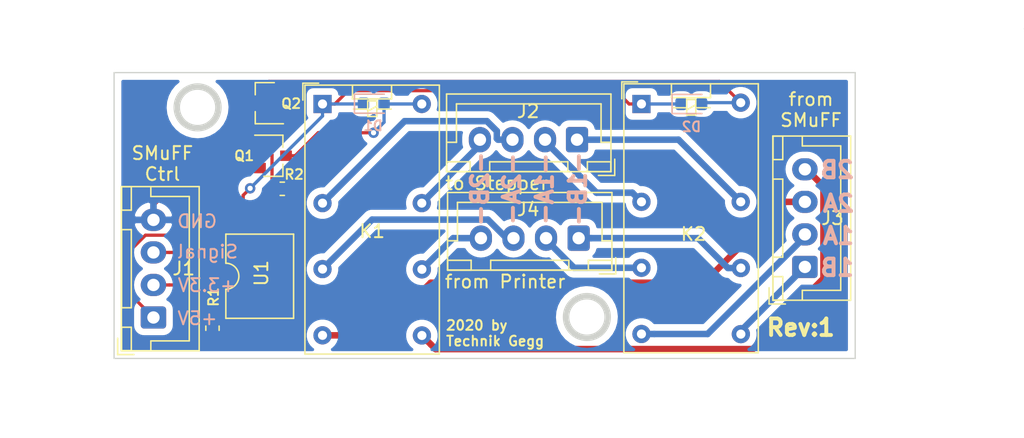
<source format=kicad_pcb>
(kicad_pcb (version 20211014) (generator pcbnew)
  (title_block (comment 4 "AISLER Project ID: FMWPPUGV"))
  (layers (0 "F.Cu" signal) (31 "B.Cu" signal) (34 "B.Paste" user) (35 "F.Paste" user) (36 "B.SilkS" user "B.Silkscreen") (37 "F.SilkS" user "F.Silkscreen") (38 "B.Mask" user) (39 "F.Mask" user) (44 "Edge.Cuts" user))
  (net 0 "")
  (net 1 "Net-(D1-Pad2)")
  (net 2 "Net-(D2-Pad2)")
  (net 3 "Net-(J1-Pad3)")
  (net 4 "Net-(J1-Pad2)")
  (net 5 "Net-(J2-Pad4)")
  (net 6 "Net-(J2-Pad3)")
  (net 7 "Net-(J2-Pad2)")
  (net 8 "Net-(J2-Pad1)")
  (net 9 "Net-(J3-Pad4)")
  (net 10 "Net-(J3-Pad3)")
  (net 11 "Net-(J3-Pad2)")
  (net 12 "Net-(J3-Pad1)")
  (net 13 "Net-(J4-Pad4)")
  (net 14 "Net-(J4-Pad3)")
  (net 15 "Net-(J4-Pad2)")
  (net 16 "Net-(J4-Pad1)")
  (net 17 "Net-(R1-Pad2)")
  (net 18 "Net-(R2-Pad2)")
  (net 19 "Net-(D1-Pad1)")
  (net 20 "Net-(J1-Pad4)")
  (net 21 "Net-(Q1-Pad1)")
  (footprint "Connector_JST:JST_XH_B4B-XH-A_1x04_P2.50mm_Vertical" (layer "F.Cu") (at 91.9226 66.7004 90)
    (fp_text reference "J1" (at 3.7592 2.3241) (layer "F.SilkS"))
    (fp_text value "JST XH")
    (fp_line (start -1.6 -2.75) (end -2.85 -2.75) (layer "F.SilkS") (width 0.12))
    (fp_line (start -2.55 -0.2) (end -1.8 -0.2) (layer "F.SilkS") (width 0.12))
    (fp_line (start -0.75 -2.45) (end -2.55 -2.45) (layer "F.SilkS") (width 0.12))
    (fp_line (start 10.05 -1.7) (end 10.05 -2.45) (layer "F.SilkS") (width 0.12))
    (fp_line (start -2.56 3.51) (end 10.06 3.51) (layer "F.SilkS") (width 0.12))
    (fp_line (start -2.55 -2.45) (end -2.55 -1.7) (layer "F.SilkS") (width 0.12))
    (fp_line (start -2.55 -1.7) (end -0.75 -1.7) (layer "F.SilkS") (width 0.12))
    (fp_line (start -2.85 -2.75) (end -2.85 -1.5) (layer "F.SilkS") (width 0.12))
    (fp_line (start 10.06 3.51) (end 10.06 -2.46) (layer "F.SilkS") (width 0.12))
    (fp_line (start 10.05 -0.2) (end 9.3 -0.2) (layer "F.SilkS") (width 0.12))
    (fp_line (start -0.75 -1.7) (end -0.75 -2.45) (layer "F.SilkS") (width 0.12))
    (fp_line (start 0.75 -2.45) (end 0.75 -1.7) (layer "F.SilkS") (width 0.12))
    (fp_line (start 9.3 -0.2) (end 9.3 2.75) (layer "F.SilkS") (width 0.12))
    (fp_line (start 6.75 -1.7) (end 6.75 -2.45) (layer "F.SilkS") (width 0.12))
    (fp_line (start 10.05 -2.45) (end 8.25 -2.45) (layer "F.SilkS") (width 0.12))
    (fp_line (start 0.75 -1.7) (end 6.75 -1.7) (layer "F.SilkS") (width 0.12))
    (fp_line (start 9.3 2.75) (end 3.75 2.75) (layer "F.SilkS") (width 0.12))
    (fp_line (start -1.8 -0.2) (end -1.8 2.75) (layer "F.SilkS") (width 0.12))
    (fp_line (start -2.56 -2.46) (end -2.56 3.51) (layer "F.SilkS") (width 0.12))
    (fp_line (start 10.06 -2.46) (end -2.56 -2.46) (layer "F.SilkS") (width 0.12))
    (fp_line (start -1.8 2.75) (end 3.75 2.75) (layer "F.SilkS") (width 0.12))
    (fp_line (start 8.25 -1.7) (end 10.05 -1.7) (layer "F.SilkS") (width 0.12))
    (fp_line (start 8.25 -2.45) (end 8.25 -1.7) (layer "F.SilkS") (width 0.12))
    (fp_line (start 6.75 -2.45) (end 0.75 -2.45) (layer "F.SilkS") (width 0.12))
    (pad "1" thru_hole roundrect locked (at 0 0 90) (size 1.7 1.95) (drill 0.95) (layers *.Cu *.Mask) (roundrect_rratio 0.1470588235) (net 19 "Net-(D1-Pad1)"))
    (pad "2" thru_hole oval locked (at 2.5 0 90) (size 1.7 1.95) (drill 0.95) (layers *.Cu *.Mask) (net 4 "Net-(J1-Pad2)"))
    (pad "3" thru_hole oval locked (at 5 0 90) (size 1.7 1.95) (drill 0.95) (layers *.Cu *.Mask) (net 3 "Net-(J1-Pad3)"))
    (pad "4" thru_hole oval locked (at 7.5 0 90) (size 1.7 1.95) (drill 0.95) (layers *.Cu *.Mask) (net 20 "Net-(J1-Pad4)"))
  )
  (footprint "Package_TO_SOT_SMD:SOT-23" (layer "F.Cu") (at 101.1014 54.2696)
    (fp_text reference "Q1" (at -2.21412 0.00512 180) (layer "F.SilkS") (effects (font (size 0.75 0.75))))
    (fp_text value "BC847/547")
    (fp_line (start 0.76 -1.58) (end -1.4 -1.58) (layer "F.SilkS") (width 0.12))
    (fp_line (start 0.76 -1.58) (end 0.76 -0.65) (layer "F.SilkS") (width 0.12))
    (fp_line (start 0.76 1.58) (end -0.7 1.58) (layer "F.SilkS") (width 0.12))
    (fp_line (start 0.76 1.58) (end 0.76 0.65) (layer "F.SilkS") (width 0.12))
    (pad "1" smd rect locked (at -1 -0.95) (size 0.9 0.8) (layers "F.Cu" "F.Paste" "F.Mask") (net 21 "Net-(Q1-Pad1)"))
    (pad "2" smd rect locked (at -1 0.95) (size 0.9 0.8) (layers "F.Cu" "F.Paste" "F.Mask") (net 20 "Net-(J1-Pad4)"))
    (pad "3" smd rect locked (at 1 0) (size 0.9 0.8) (layers "F.Cu" "F.Paste" "F.Mask") (net 1 "Net-(D1-Pad2)"))
  )
  (footprint "Package_TO_SOT_SMD:SOT-23" (layer "F.Cu") (at 100.4984 50.231 180)
    (fp_text reference "Q2" (at -1.99568 -0.03052 180) (layer "F.SilkS") (effects (font (size 0.75 0.75))))
    (fp_text value "BC847/547")
    (fp_line (start 0.76 1.58) (end 0.76 0.65) (layer "F.SilkS") (width 0.12))
    (fp_line (start 0.76 -1.58) (end -1.4 -1.58) (layer "F.SilkS") (width 0.12))
    (fp_line (start 0.76 -1.58) (end 0.76 -0.65) (layer "F.SilkS") (width 0.12))
    (fp_line (start 0.76 1.58) (end -0.7 1.58) (layer "F.SilkS") (width 0.12))
    (pad "1" smd rect locked (at -1 -0.95 180) (size 0.9 0.8) (layers "F.Cu" "F.Paste" "F.Mask") (net 21 "Net-(Q1-Pad1)"))
    (pad "2" smd rect locked (at -1 0.95 180) (size 0.9 0.8) (layers "F.Cu" "F.Paste" "F.Mask") (net 20 "Net-(J1-Pad4)"))
    (pad "3" smd rect locked (at 1 0 180) (size 0.9 0.8) (layers "F.Cu" "F.Paste" "F.Mask") (net 2 "Net-(D2-Pad2)"))
  )
  (footprint "Resistor_SMD:R_0603_1608Metric" (layer "F.Cu") (at 96.45396 67.52326 -90)
    (fp_text reference "R1" (at -2.39268 -0.08128 90) (layer "F.SilkS") (effects (font (size 0.75 0.75))))
    (fp_text value "390R")
    (fp_line (start -0.162779 -0.51) (end 0.162779 -0.51) (layer "F.SilkS") (width 0.12))
    (fp_line (start -0.162779 0.51) (end 0.162779 0.51) (layer "F.SilkS") (width 0.12))
    (pad "1" smd roundrect locked (at -0.7875 0 270) (size 0.875 0.95) (layers "F.Cu" "F.Paste" "F.Mask") (net 4 "Net-(J1-Pad2)"))
    (pad "2" smd roundrect locked (at 0.7875 0 270) (size 0.875 0.95) (layers "F.Cu" "F.Paste" "F.Mask") (net 17 "Net-(R1-Pad2)"))
  )
  (footprint "Resistor_SMD:R_0603_1608Metric" (layer "F.Cu") (at 101.81346 56.80964)
    (fp_text reference "R2" (at 0.90414 -1.10236) (layer "F.SilkS") (effects (font (size 0.75 0.75))))
    (fp_text value "1K")
    (fp_line (start -0.162779 -0.51) (end 0.162779 -0.51) (layer "F.SilkS") (width 0.12))
    (fp_line (start -0.162779 0.51) (end 0.162779 0.51) (layer "F.SilkS") (width 0.12))
    (pad "1" smd roundrect locked (at -0.7875 0) (size 0.875 0.95) (layers "F.Cu" "F.Paste" "F.Mask") (net 21 "Net-(Q1-Pad1)"))
    (pad "2" smd roundrect locked (at 0.7875 0) (size 0.875 0.95) (layers "F.Cu" "F.Paste" "F.Mask") (net 18 "Net-(R2-Pad2)"))
  )
  (footprint "Package_DIP:SMDIP-4_W9.53mm_Clearance8mm" (layer "F.Cu") (at 100.08108 63.53048 90)
    (fp_text reference "U1" (at 0.23368 0.127 90) (layer "F.SilkS"))
    (fp_text value "TLP521")
    (fp_line (start 3.235 2.6) (end 3.235 -2.6) (layer "F.SilkS") (width 0.12))
    (fp_line (start 3.235 -2.6) (end 1 -2.6) (layer "F.SilkS") (width 0.12))
    (fp_line (start -1 -2.6) (end -3.235 -2.6) (layer "F.SilkS") (width 0.12))
    (fp_line (start -3.235 -2.6) (end -3.235 2.6) (layer "F.SilkS") (width 0.12))
    (fp_line (start -3.235 2.6) (end 3.235 2.6) (layer "F.SilkS") (width 0.12))
    (fp_arc (start 1 -2.6) (mid 0 -1.6) (end -1 -2.6) (layer "F.SilkS") (width 0.12))
    (pad "1" smd rect locked (at -4.765 -1.27 90) (size 1.5 1.78) (layers "F.Cu" "F.Paste" "F.Mask") (net 17 "Net-(R1-Pad2)"))
    (pad "2" smd rect locked (at -4.765 1.27 90) (size 1.5 1.78) (layers "F.Cu" "F.Paste" "F.Mask") (net 3 "Net-(J1-Pad3)"))
    (pad "3" smd rect locked (at 4.765 1.27 90) (size 1.5 1.78) (layers "F.Cu" "F.Paste" "F.Mask") (net 18 "Net-(R2-Pad2)"))
    (pad "4" smd rect locked (at 4.765 -1.27 90) (size 1.5 1.78) (layers "F.Cu" "F.Paste" "F.Mask") (net 19 "Net-(D1-Pad1)"))
  )
  (footprint "Relay_THT:Relay_DPDT_Omron_G5V-2" (layer "F.Cu") (at 104.902 50.292)
    (fp_text reference "K1" (at 3.81 9.779) (layer "F.SilkS"))
    (fp_text value "G6A-274P")
    (fp_line (start 3.47 0.39) (end 2.37 0.39) (layer "F.SilkS") (width 0.12))
    (fp_line (start 3.47 -0.24) (end 3.47 0.96) (layer "F.SilkS") (width 0.12))
    (fp_line (start 4.17 0.96) (end 4.17 -0.24) (layer "F.SilkS") (width 0.12))
    (fp_line (start 4.17 -0.24) (end 3.47 -0.24) (layer "F.SilkS") (width 0.12))
    (fp_line (start -1.51 -0.3) (end -1.51 -1.6) (layer "F.SilkS") (width 0.12))
    (fp_line (start 2.3 -1.45) (end 2.3 -0.41) (layer "F.SilkS") (width 0.12))
    (fp_line (start -1.51 -1.6) (end -0.3 -1.6) (layer "F.SilkS") (width 0.12))
    (fp_line (start 3.47 0.56) (end 4.17 0.16) (layer "F.SilkS") (width 0.12))
    (fp_line (start -1.35 19.22) (end 8.97 19.22) (layer "F.SilkS") (width 0.12))
    (fp_line (start 8.97 19.22) (end 8.97 -1.45) (layer "F.SilkS") (width 0.12))
    (fp_line (start -1.35 -1.45) (end -1.35 19.22) (layer "F.SilkS") (width 0.12))
    (fp_line (start 2.3 -0.39) (end 5.3 -0.39) (layer "F.SilkS") (width 0.12))
    (fp_line (start 5.3 -0.39) (end 5.3 -1.45) (layer "F.SilkS") (width 0.12))
    (fp_line (start 4.17 0.39) (end 5.27 0.39) (layer "F.SilkS") (width 0.12))
    (fp_line (start 8.97 -1.45) (end -1.35 -1.45) (layer "F.SilkS") (width 0.12))
    (fp_line (start 3.47 0.96) (end 4.17 0.96) (layer "F.SilkS") (width 0.12))
    (pad "1" thru_hole rect locked (at 0 -0.002) (size 1.4 1.4) (drill 0.7) (layers *.Cu *.Mask) (net 19 "Net-(D1-Pad1)"))
    (pad "4" thru_hole circle locked (at 0 7.62) (size 1.4 1.4) (drill 0.7) (layers *.Cu *.Mask) (net 6 "Net-(J2-Pad3)"))
    (pad "6" thru_hole circle locked (at 0 12.69) (size 1.4 1.4) (drill 0.7) (layers *.Cu *.Mask) (net 14 "Net-(J4-Pad3)"))
    (pad "8" thru_hole circle locked (at 0 17.78) (size 1.4 1.4) (drill 0.7) (layers *.Cu *.Mask) (net 10 "Net-(J3-Pad3)"))
    (pad "9" thru_hole circle locked (at 7.63 17.79) (size 1.4 1.4) (drill 0.7) (layers *.Cu *.Mask) (net 9 "Net-(J3-Pad4)"))
    (pad "11" thru_hole circle locked (at 7.63 12.71) (size 1.4 1.4) (drill 0.7) (layers *.Cu *.Mask) (net 13 "Net-(J4-Pad4)"))
    (pad "13" thru_hole circle locked (at 7.62 7.62) (size 1.4 1.4) (drill 0.7) (layers *.Cu *.Mask) (net 5 "Net-(J2-Pad4)"))
    (pad "16" thru_hole circle locked (at 7.62 0) (size 1.4 1.4) (drill 0.7) (layers *.Cu *.Mask) (net 1 "Net-(D1-Pad2)"))
  )
  (footprint "Connector_JST:JST_XH_B4B-XH-A_1x04_P2.50mm_Vertical" (layer "F.Cu") (at 141.9352 62.8142 90)
    (fp_text reference "J3" (at 3.7465 2.1209 180) (layer "F.SilkS"))
    (fp_text value "JST XH")
    (fp_line (start 10.05 -2.45) (end 8.25 -2.45) (layer "F.SilkS") (width 0.12))
    (fp_line (start -2.56 3.51) (end 10.06 3.51) (layer "F.SilkS") (width 0.12))
    (fp_line (start 8.25 -1.7) (end 10.05 -1.7) (layer "F.SilkS") (width 0.12))
    (fp_line (start -0.75 -1.7) (end -0.75 -2.45) (layer "F.SilkS") (width 0.12))
    (fp_line (start 10.05 -1.7) (end 10.05 -2.45) (layer "F.SilkS") (width 0.12))
    (fp_line (start 8.25 -2.45) (end 8.25 -1.7) (layer "F.SilkS") (width 0.12))
    (fp_line (start -1.6 -2.75) (end -2.85 -2.75) (layer "F.SilkS") (width 0.12))
    (fp_line (start -2.56 -2.46) (end -2.56 3.51) (layer "F.SilkS") (width 0.12))
    (fp_line (start 10.06 3.51) (end 10.06 -2.46) (layer "F.SilkS") (width 0.12))
    (fp_line (start -1.8 -0.2) (end -1.8 2.75) (layer "F.SilkS") (width 0.12))
    (fp_line (start 0.75 -1.7) (end 6.75 -1.7) (layer "F.SilkS") (width 0.12))
    (fp_line (start 10.06 -2.46) (end -2.56 -2.46) (layer "F.SilkS") (width 0.12))
    (fp_line (start -2.55 -2.45) (end -2.55 -1.7) (layer "F.SilkS") (width 0.12))
    (fp_line (start -2.85 -2.75) (end -2.85 -1.5) (layer "F.SilkS") (width 0.12))
    (fp_line (start -2.55 -0.2) (end -1.8 -0.2) (layer "F.SilkS") (width 0.12))
    (fp_line (start 10.05 -0.2) (end 9.3 -0.2) (layer "F.SilkS") (width 0.12))
    (fp_line (start -0.75 -2.45) (end -2.55 -2.45) (layer "F.SilkS") (width 0.12))
    (fp_line (start 0.75 -2.45) (end 0.75 -1.7) (layer "F.SilkS") (width 0.12))
    (fp_line (start 6.75 -1.7) (end 6.75 -2.45) (layer "F.SilkS") (width 0.12))
    (fp_line (start 9.3 -0.2) (end 9.3 2.75) (layer "F.SilkS") (width 0.12))
    (fp_line (start -1.8 2.75) (end 3.75 2.75) (layer "F.SilkS") (width 0.12))
    (fp_line (start 6.75 -2.45) (end 0.75 -2.45) (layer "F.SilkS") (width 0.12))
    (fp_line (start 9.3 2.75) (end 3.75 2.75) (layer "F.SilkS") (width 0.12))
    (fp_line (start -2.55 -1.7) (end -0.75 -1.7) (layer "F.SilkS") (width 0.12))
    (pad "1" thru_hole roundrect locked (at 0 0 90) (size 1.7 1.95) (drill 0.95) (layers *.Cu *.Mask) (roundrect_rratio 0.1470588235) (net 12 "Net-(J3-Pad1)"))
    (pad "2" thru_hole oval locked (at 2.5 0 90) (size 1.7 1.95) (drill 0.95) (layers *.Cu *.Mask) (net 11 "Net-(J3-Pad2)"))
    (pad "3" thru_hole oval locked (at 5 0 90) (size 1.7 1.95) (drill 0.95) (layers *.Cu *.Mask) (net 10 "Net-(J3-Pad3)"))
    (pad "4" thru_hole oval locked (at 7.5 0 90) (size 1.7 1.95) (drill 0.95) (layers *.Cu *.Mask) (net 9 "Net-(J3-Pad4)"))
  )
  (footprint "Relay_THT:Relay_DPDT_Omron_G5V-2" (layer "F.Cu") (at 129.3876 50.1904)
    (fp_text reference "K2" (at 4.0005 10.0965) (layer "F.SilkS"))
    (fp_text value "G6A-274P")
    (fp_line (start 2.3 -1.45) (end 2.3 -0.41) (layer "F.SilkS") (width 0.12))
    (fp_line (start -1.35 -1.45) (end -1.35 19.22) (layer "F.SilkS") (width 0.12))
    (fp_line (start 8.97 19.22) (end 8.97 -1.45) (layer "F.SilkS") (width 0.12))
    (fp_line (start 5.3 -0.39) (end 5.3 -1.45) (layer "F.SilkS") (width 0.12))
    (fp_line (start 3.47 0.96) (end 4.17 0.96) (layer "F.SilkS") (width 0.12))
    (fp_line (start 4.17 0.39) (end 5.27 0.39) (layer "F.SilkS") (width 0.12))
    (fp_line (start 3.47 -0.24) (end 3.47 0.96) (layer "F.SilkS") (width 0.12))
    (fp_line (start -1.35 19.22) (end 8.97 19.22) (layer "F.SilkS") (width 0.12))
    (fp_line (start 4.17 0.96) (end 4.17 -0.24) (layer "F.SilkS") (width 0.12))
    (fp_line (start -1.51 -0.3) (end -1.51 -1.6) (layer "F.SilkS") (width 0.12))
    (fp_line (start 2.3 -0.39) (end 5.3 -0.39) (layer "F.SilkS") (width 0.12))
    (fp_line (start 8.97 -1.45) (end -1.35 -1.45) (layer "F.SilkS") (width 0.12))
    (fp_line (start 3.47 0.56) (end 4.17 0.16) (layer "F.SilkS") (width 0.12))
    (fp_line (start 3.47 0.39) (end 2.37 0.39) (layer "F.SilkS") (width 0.12))
    (fp_line (start -1.51 -1.6) (end -0.3 -1.6) (layer "F.SilkS") (width 0.12))
    (fp_line (start 4.17 -0.24) (end 3.47 -0.24) (layer "F.SilkS") (width 0.12))
    (pad "1" thru_hole rect locked (at 0 0.0996) (size 1.4 1.4) (drill 0.7) (layers *.Cu *.Mask) (net 19 "Net-(D1-Pad1)"))
    (pad "4" thru_hole circle locked (at 0 7.62) (size 1.4 1.4) (drill 0.7) (layers *.Cu *.Mask) (net 7 "Net-(J2-Pad2)"))
    (pad "6" thru_hole circle locked (at 0 12.69) (size 1.4 1.4) (drill 0.7) (layers *.Cu *.Mask) (net 15 "Net-(J4-Pad2)"))
    (pad "8" thru_hole circle locked (at 0 17.78) (size 1.4 1.4) (drill 0.7) (layers *.Cu *.Mask) (net 11 "Net-(J3-Pad2)"))
    (pad "9" thru_hole circle locked (at 7.63 17.79) (size 1.4 1.4) (drill 0.7) (layers *.Cu *.Mask) (net 12 "Net-(J3-Pad1)"))
    (pad "11" thru_hole circle locked (at 7.63 12.71) (size 1.4 1.4) (drill 0.7) (layers *.Cu *.Mask) (net 16 "Net-(J4-Pad1)"))
    (pad "13" thru_hole circle locked (at 7.62 7.62) (size 1.4 1.4) (drill 0.7) (layers *.Cu *.Mask) (net 8 "Net-(J2-Pad1)"))
    (pad "16" thru_hole circle locked (at 7.62 0) (size 1.4 1.4) (drill 0.7) (layers *.Cu *.Mask) (net 2 "Net-(D2-Pad2)"))
  )
  (footprint "Connector_JST:JST_XH_B4B-XH-A_1x04_P2.50mm_Vertical" (layer "F.Cu") (at 124.4854 53.0352 180)
    (fp_text reference "J2" (at 3.7973 2.1844) (layer "F.SilkS"))
    (fp_text value "JST XH")
    (fp_line (start 10.05 -0.2) (end 9.3 -0.2) (layer "F.SilkS") (width 0.12))
    (fp_line (start -0.75 -2.45) (end -2.55 -2.45) (layer "F.SilkS") (width 0.12))
    (fp_line (start -2.55 -1.7) (end -0.75 -1.7) (layer "F.SilkS") (width 0.12))
    (fp_line (start -0.75 -1.7) (end -0.75 -2.45) (layer "F.SilkS") (width 0.12))
    (fp_line (start -2.56 3.51) (end 10.06 3.51) (layer "F.SilkS") (width 0.12))
    (fp_line (start 6.75 -1.7) (end 6.75 -2.45) (layer "F.SilkS") (width 0.12))
    (fp_line (start -2.56 -2.46) (end -2.56 3.51) (layer "F.SilkS") (width 0.12))
    (fp_line (start -1.6 -2.75) (end -2.85 -2.75) (layer "F.SilkS") (width 0.12))
    (fp_line (start -2.55 -2.45) (end -2.55 -1.7) (layer "F.SilkS") (width 0.12))
    (fp_line (start 0.75 -2.45) (end 0.75 -1.7) (layer "F.SilkS") (width 0.12))
    (fp_line (start 9.3 -0.2) (end 9.3 2.75) (layer "F.SilkS") (width 0.12))
    (fp_line (start -2.55 -0.2) (end -1.8 -0.2) (layer "F.SilkS") (width 0.12))
    (fp_line (start 10.06 -2.46) (end -2.56 -2.46) (layer "F.SilkS") (width 0.12))
    (fp_line (start 10.06 3.51) (end 10.06 -2.46) (layer "F.SilkS") (width 0.12))
    (fp_line (start 8.25 -1.7) (end 10.05 -1.7) (layer "F.SilkS") (width 0.12))
    (fp_line (start 9.3 2.75) (end 3.75 2.75) (layer "F.SilkS") (width 0.12))
    (fp_line (start 0.75 -1.7) (end 6.75 -1.7) (layer "F.SilkS") (width 0.12))
    (fp_line (start 6.75 -2.45) (end 0.75 -2.45) (layer "F.SilkS") (width 0.12))
    (fp_line (start 10.05 -1.7) (end 10.05 -2.45) (layer "F.SilkS") (width 0.12))
    (fp_line (start -1.8 2.75) (end 3.75 2.75) (layer "F.SilkS") (width 0.12))
    (fp_line (start -1.8 -0.2) (end -1.8 2.75) (layer "F.SilkS") (width 0.12))
    (fp_line (start 10.05 -2.45) (end 8.25 -2.45) (layer "F.SilkS") (width 0.12))
    (fp_line (start 8.25 -2.45) (end 8.25 -1.7) (layer "F.SilkS") (width 0.12))
    (fp_line (start -2.85 -2.75) (end -2.85 -1.5) (layer "F.SilkS") (width 0.12))
    (pad "1" thru_hole roundrect locked (at 0.046 0 180) (size 1.7 1.95) (drill 0.95) (layers *.Cu *.Mask) (roundrect_rratio 0.147) (net 8 "Net-(J2-Pad1)"))
    (pad "2" thru_hole oval locked (at 2.5 0 180) (size 1.7 1.95) (drill 0.95) (layers *.Cu *.Mask) (net 7 "Net-(J2-Pad2)"))
    (pad "3" thru_hole oval locked (at 5 0 180) (size 1.7 1.95) (drill 0.95) (layers *.Cu *.Mask) (net 6 "Net-(J2-Pad3)"))
    (pad "4" thru_hole oval locked (at 7.5 0 180) (size 1.7 1.95) (drill 0.95) (layers *.Cu *.Mask) (net 5 "Net-(J2-Pad4)"))
  )
  (footprint "Connector_JST:JST_XH_B4B-XH-A_1x04_P2.50mm_Vertical" (layer "F.Cu") (at 124.5616 60.6044 180)
    (fp_text reference "J4" (at 3.8735 2.2098) (layer "F.SilkS"))
    (fp_text value "JST XH")
    (fp_line (start -1.8 2.75) (end 3.75 2.75) (layer "F.SilkS") (width 0.12))
    (fp_line (start 6.75 -2.45) (end 0.75 -2.45) (layer "F.SilkS") (width 0.12))
    (fp_line (start -2.85 -2.75) (end -2.85 -1.5) (layer "F.SilkS") (width 0.12))
    (fp_line (start -2.56 3.51) (end 10.06 3.51) (layer "F.SilkS") (width 0.12))
    (fp_line (start 0.75 -2.45) (end 0.75 -1.7) (layer "F.SilkS") (width 0.12))
    (fp_line (start 10.05 -0.2) (end 9.3 -0.2) (layer "F.SilkS") (width 0.12))
    (fp_line (start -0.75 -1.7) (end -0.75 -2.45) (layer "F.SilkS") (width 0.12))
    (fp_line (start 10.06 -2.46) (end -2.56 -2.46) (layer "F.SilkS") (width 0.12))
    (fp_line (start -1.6 -2.75) (end -2.85 -2.75) (layer "F.SilkS") (width 0.12))
    (fp_line (start -0.75 -2.45) (end -2.55 -2.45) (layer "F.SilkS") (width 0.12))
    (fp_line (start 8.25 -1.7) (end 10.05 -1.7) (layer "F.SilkS") (width 0.12))
    (fp_line (start 0.75 -1.7) (end 6.75 -1.7) (layer "F.SilkS") (width 0.12))
    (fp_line (start -2.56 -2.46) (end -2.56 3.51) (layer "F.SilkS") (width 0.12))
    (fp_line (start -2.55 -1.7) (end -0.75 -1.7) (layer "F.SilkS") (width 0.12))
    (fp_line (start -2.55 -0.2) (end -1.8 -0.2) (layer "F.SilkS") (width 0.12))
    (fp_line (start 10.05 -1.7) (end 10.05 -2.45) (layer "F.SilkS") (width 0.12))
    (fp_line (start 10.06 3.51) (end 10.06 -2.46) (layer "F.SilkS") (width 0.12))
    (fp_line (start 8.25 -2.45) (end 8.25 -1.7) (layer "F.SilkS") (width 0.12))
    (fp_line (start -2.55 -2.45) (end -2.55 -1.7) (layer "F.SilkS") (width 0.12))
    (fp_line (start 10.05 -2.45) (end 8.25 -2.45) (layer "F.SilkS") (width 0.12))
    (fp_line (start 6.75 -1.7) (end 6.75 -2.45) (layer "F.SilkS") (width 0.12))
    (fp_line (start 9.3 2.75) (end 3.75 2.75) (layer "F.SilkS") (width 0.12))
    (fp_line (start -1.8 -0.2) (end -1.8 2.75) (layer "F.SilkS") (width 0.12))
    (fp_line (start 9.3 -0.2) (end 9.3 2.75) (layer "F.SilkS") (width 0.12))
    (pad "1" thru_hole roundrect locked (at -0.0048 0 180) (size 1.7 1.95) (drill 0.95) (layers *.Cu *.Mask) (roundrect_rratio 0.147) (net 16 "Net-(J4-Pad1)"))
    (pad "2" thru_hole oval locked (at 2.5 0 180) (size 1.7 1.95) (drill 0.95) (layers *.Cu *.Mask) (net 15 "Net-(J4-Pad2)"))
    (pad "3" thru_hole oval locked (at 5 0 180) (size 1.7 1.95) (drill 0.95) (layers *.Cu *.Mask) (net 14 "Net-(J4-Pad3)"))
    (pad "4" thru_hole oval locked (at 7.5 0 180) (size 1.7 1.95) (drill 0.95) (layers *.Cu *.Mask) (net 13 "Net-(J4-Pad4)"))
  )
  (footprint "Diode_SMD:D_0603_1608Metric" (layer "B.Cu") (at 133.2229 50.292)
    (fp_text reference "D2" (at 0.0001 1.7526) (layer "B.SilkS") (effects (font (size 0.75 0.75)) (justify mirror)))
    (fp_text value "1N4148")
    (fp_line (start -1.485 -0.735) (end 0.8 -0.735) (layer "B.SilkS") (width 0.12))
    (fp_line (start 0.8 0.735) (end -1.485 0.735) (layer "B.SilkS") (width 0.12))
    (fp_line (start -1.485 0.735) (end -1.485 -0.735) (layer "B.SilkS") (width 0.12))
    (pad "1" smd roundrect locked (at -0.7953 0) (size 0.875 0.95) (layers "B.Cu" "B.Paste" "B.Mask") (net 19 "Net-(D1-Pad1)"))
    (pad "2" smd roundrect locked (at 0.7875 0) (size 0.875 0.95) (layers "B.Cu" "B.Paste" "B.Mask") (net 2 "Net-(D2-Pad2)"))
  )
  (footprint "Diode_SMD:D_0603_1608Metric" (layer "B.Cu") (at 108.8389 50.2666)
    (fp_text reference "D1" (at -0.0507 1.7018 180) (layer "B.SilkS") (effects (font (size 0.75 0.75)) (justify mirror)))
    (fp_text value "1N4148")
    (fp_line (start -1.485 -0.735) (end 0.8 -0.735) (layer "B.SilkS") (width 0.12))
    (fp_line (start -1.485 0.735) (end -1.485 -0.735) (layer "B.SilkS") (width 0.12))
    (fp_line (start 0.8 0.735) (end -1.485 0.735) (layer "B.SilkS") (width 0.12))
    (pad "1" smd roundrect locked (at -0.7953 0) (size 0.875 0.95) (layers "B.Cu" "B.Paste" "B.Mask") (net 19 "Net-(D1-Pad1)"))
    (pad "2" smd roundrect locked (at 0.7875 0) (size 0.875 0.95) (layers "B.Cu" "B.Paste" "B.Mask") (net 1 "Net-(D1-Pad2)"))
  )
  (gr_line (start 158.75 44.5135) (end 158.75 44.5135) (layer "Edge.Cuts") (width 0.05))
  (gr_circle (center 95.31096 50.55128) (end 96.91096 50.55128) (layer "Edge.Cuts") (width 0.5) (fill none))
  (gr_line (start 145.796 47.879) (end 88.9 47.879) (layer "Edge.Cuts") (width 0.1))
  (gr_line (start 88.9 69.85) (end 145.796 69.85) (layer "Edge.Cuts") (width 0.1))
  (gr_line (start 145.796 69.85) (end 145.796 47.879) (layer "Edge.Cuts") (width 0.1))
  (gr_circle (center 125.1966 66.66484) (end 126.7966 66.66484) (layer "Edge.Cuts") (width 0.5) (fill none))
  (gr_line (start 88.9 47.879) (end 88.9 69.85) (layer "Edge.Cuts") (width 0.1))
  (gr_text "1A" (at 144.511223 60.4266) (layer "B.SilkS") (effects (font (size 1.27 1.27) (thickness 0.3)) (justify mirror)))
  (gr_text "1B" (at 144.40408 62.87008) (layer "B.SilkS") (effects (font (size 1.27 1.27) (thickness 0.3)) (justify mirror)))
  (gr_text "2B" (at 144.40408 55.35676) (layer "B.SilkS") (effects (font (size 1.27 1.27) (thickness 0.3)) (justify mirror)))
  (gr_text "2A" (at 144.511223 57.94248) (layer "B.SilkS") (effects (font (size 1.27 1.27) (thickness 0.3)) (justify mirror)))
  (gr_text "GND" (at 95.2754 59.309) (layer "B.SilkS") (effects (font (size 1 1)) (justify mirror)))
  (gr_text "-2B-" (at 116.98224 56.8198 90) (layer "B.SilkS") (effects (font (size 1.27 1.27) (thickness 0.3)) (justify mirror)))
  (gr_text "-2A-" (at 119.4308 56.819801 90) (layer "B.SilkS") (effects (font (size 1.27 1.27) (thickness 0.3)) (justify mirror)))
  (gr_text "+3.3V" (at 96.0374 64.2239) (layer "B.SilkS") (effects (font (size 1 1)) (justify mirror)))
  (gr_text "Signal" (at 96.0755 61.6458) (layer "B.SilkS") (effects (font (size 1 1)) (justify mirror)))
  (gr_text "+5V" (at 95.3008 66.7639) (layer "B.SilkS") (effects (font (size 1 1)) (justify mirror)))
  (gr_text "-1B-" (at 124.49556 56.8198 90) (layer "B.SilkS") (effects (font (size 1.27 1.27) (thickness 0.3)) (justify mirror)))
  (gr_text "-1A-" (at 121.95048 56.819801 90) (layer "B.SilkS") (effects (font (size 1.27 1.27) (thickness 0.3)) (justify mirror)))
  (gr_text "to Stepper" (at 118.2878 56.388) (layer "F.SilkS") (effects (font (size 1 1))))
  (gr_text "SMuFF\nCtrl" (at 92.6084 54.8767) (layer "F.SilkS") (effects (font (size 1 1))))
  (gr_text "from\nSMuFF" (at 142.40256 50.72888) (layer "F.SilkS") (effects (font (size 1 1))))
  (gr_text "2020 by\nTechnik Gegg" (at 114.30508 67.90944) (layer "F.SilkS") (effects (font (size 0.75 0.75)) (justify left)))
  (gr_text "from Printer" (at 118.9228 63.9445) (layer "F.SilkS") (effects (font (size 1 1))))
  (gr_text "Rev:1" (at 141.61008 67.47256) (layer "F.SilkS") (effects (font (size 1.27 1.27) (thickness 0.3))))
  (segment (start 102.8014 54.2696) (end 104.5692 52.5018) (width 0.25) (layer "F.Cu") (net 1))
  (segment (start 104.5692 52.5018) (end 105.128798 52.5018) (width 0.25) (layer "F.Cu") (net 1))
  (segment (start 105.128798 52.5018) (end 108.81868 52.5018) (width 0.25) (layer "F.Cu") (net 1))
  (segment (start 102.1014 54.2696) (end 102.8014 54.2696) (width 0.25) (layer "F.Cu") (net 1))
  (via (at 108.81868 52.5018) (size 0.8) (drill 0.4) (layers "F.Cu" "B.Cu") (net 1))
  (segment (start 112.522 50.292) (end 109.6518 50.292) (width 0.25) (layer "B.Cu") (net 1))
  (segment (start 109.6264 51.69408) (end 109.6264 50.2666) (width 0.25) (layer "B.Cu") (net 1))
  (segment (start 109.6518 50.292) (end 109.6264 50.2666) (width 0.25) (layer "B.Cu") (net 1))
  (segment (start 108.81868 52.5018) (end 109.6264 51.69408) (width 0.25) (layer "B.Cu") (net 1))
  (segment (start 136.307601 49.490401) (end 137.0076 50.1904) (width 0.25) (layer "F.Cu") (net 2))
  (segment (start 135.373199 48.555999) (end 136.307601 49.490401) (width 0.25) (layer "F.Cu") (net 2))
  (segment (start 100.788399 48.555999) (end 135.373199 48.555999) (width 0.25) (layer "F.Cu") (net 2))
  (segment (start 99.93888 50.231) (end 100.13399 50.03589) (width 0.25) (layer "F.Cu") (net 2))
  (segment (start 100.13399 49.210408) (end 100.788399 48.555999) (width 0.25) (layer "F.Cu") (net 2))
  (segment (start 100.13399 50.03589) (end 100.13399 49.210408) (width 0.25) (layer "F.Cu") (net 2))
  (segment (start 99.4984 50.231) (end 99.93888 50.231) (width 0.25) (layer "F.Cu") (net 2))
  (segment (start 137.0076 50.1904) (end 134.112 50.1904) (width 0.25) (layer "B.Cu") (net 2))
  (segment (start 134.112 50.1904) (end 134.0104 50.292) (width 0.25) (layer "B.Cu") (net 2))
  (segment (start 101.35108 68.29548) (end 101.35108 67.29548) (width 0.25) (layer "F.Cu") (net 3))
  (segment (start 101.35108 67.29548) (end 95.756 61.7004) (width 0.25) (layer "F.Cu") (net 3))
  (segment (start 93.1476 61.7004) (end 91.9226 61.7004) (width 0.25) (layer "F.Cu") (net 3))
  (segment (start 95.756 61.7004) (end 93.1476 61.7004) (width 0.25) (layer "F.Cu") (net 3))
  (segment (start 91.9226 61.7004) (end 92.0476 61.7004) (width 0.25) (layer "F.Cu") (net 3))
  (segment (start 93.1476 64.2004) (end 91.9226 64.2004) (width 0.25) (layer "F.Cu") (net 4))
  (segment (start 96.37268 66.19836) (end 94.37472 64.2004) (width 0.25) (layer "F.Cu") (net 4))
  (segment (start 91.9626 64.1604) (end 91.9226 64.2004) (width 0.25) (layer "F.Cu") (net 4))
  (segment (start 94.37472 64.2004) (end 93.1476 64.2004) (width 0.25) (layer "F.Cu") (net 4))
  (segment (start 96.37268 66.73586) (end 96.37268 66.19836) (width 0.25) (layer "F.Cu") (net 4))
  (segment (start 116.9854 53.4486) (end 116.9854 53.0352) (width 0.5) (layer "B.Cu") (net 5))
  (segment (start 112.522 57.912) (end 116.9854 53.4486) (width 0.5) (layer "B.Cu") (net 5))
  (segment (start 118.37416 53.0352) (end 118.28541 52.94645) (width 0.5) (layer "B.Cu") (net 6))
  (segment (start 111.20381 51.61019) (end 105.601999 57.212001) (width 0.5) (layer "B.Cu") (net 6))
  (segment (start 118.28541 52.94645) (end 118.28541 52.371719) (width 0.5) (layer "B.Cu") (net 6))
  (segment (start 105.601999 57.212001) (end 104.902 57.912) (width 0.5) (layer "B.Cu") (net 6))
  (segment (start 119.4854 53.0352) (end 118.37416 53.0352) (width 0.5) (layer "B.Cu") (net 6))
  (segment (start 117.523881 51.61019) (end 111.20381 51.61019) (width 0.5) (layer "B.Cu") (net 6))
  (segment (start 118.28541 52.371719) (end 117.523881 51.61019) (width 0.5) (layer "B.Cu") (net 6))
  (segment (start 121.9854 53.1602) (end 121.9854 53.0352) (width 0.5) (layer "B.Cu") (net 7))
  (segment (start 128.687601 57.110401) (end 125.935601 57.110401) (width 0.5) (layer "B.Cu") (net 7))
  (segment (start 129.3876 57.8104) (end 128.687601 57.110401) (width 0.5) (layer "B.Cu") (net 7))
  (segment (start 125.935601 57.110401) (end 121.9854 53.1602) (width 0.5) (layer "B.Cu") (net 7))
  (segment (start 132.2324 53.0352) (end 124.4394 53.0352) (width 0.5) (layer "B.Cu") (net 8))
  (segment (start 137.0076 57.8104) (end 132.2324 53.0352) (width 0.5) (layer "B.Cu") (net 8))
  (segment (start 142.0602 55.3142) (end 143.36021 56.61421) (width 0.5) (layer "F.Cu") (net 9))
  (segment (start 143.36021 63.704156) (end 137.933965 69.130401) (width 0.5) (layer "F.Cu") (net 9))
  (segment (start 137.933965 69.130401) (end 113.580401 69.130401) (width 0.5) (layer "F.Cu") (net 9))
  (segment (start 143.36021 56.61421) (end 143.36021 63.704156) (width 0.5) (layer "F.Cu") (net 9))
  (segment (start 113.580401 69.130401) (end 113.231999 68.781999) (width 0.5) (layer "F.Cu") (net 9))
  (segment (start 141.9352 55.3142) (end 142.0602 55.3142) (width 0.5) (layer "F.Cu") (net 9))
  (segment (start 113.231999 68.781999) (end 112.532 68.082) (width 0.5) (layer "F.Cu") (net 9))
  (segment (start 109.164002 68.072) (end 113.205601 64.030401) (width 0.5) (layer "F.Cu") (net 10))
  (segment (start 113.205601 64.030401) (end 134.185597 64.030401) (width 0.5) (layer "F.Cu") (net 10))
  (segment (start 104.902 68.072) (end 109.164002 68.072) (width 0.5) (layer "F.Cu") (net 10))
  (segment (start 140.401798 57.8142) (end 140.4602 57.8142) (width 0.5) (layer "F.Cu") (net 10))
  (segment (start 140.4602 57.8142) (end 141.9352 57.8142) (width 0.5) (layer "F.Cu") (net 10))
  (segment (start 134.185597 64.030401) (end 140.401798 57.8142) (width 0.5) (layer "F.Cu") (net 10))
  (segment (start 141.9352 60.3142) (end 141.9352 60.499234) (width 0.5) (layer "B.Cu") (net 11))
  (segment (start 130.377549 67.9704) (end 129.3876 67.9704) (width 0.5) (layer "B.Cu") (net 11))
  (segment (start 134.464034 67.9704) (end 130.377549 67.9704) (width 0.5) (layer "B.Cu") (net 11))
  (segment (start 141.9352 60.499234) (end 134.464034 67.9704) (width 0.5) (layer "B.Cu") (net 11))
  (segment (start 141.9352 62.8142) (end 137.0176 67.7318) (width 0.5) (layer "B.Cu") (net 12))
  (segment (start 137.0176 67.7318) (end 137.0176 67.9804) (width 0.5) (layer "B.Cu") (net 12))
  (segment (start 112.532 63.002) (end 114.9296 60.6044) (width 0.5) (layer "B.Cu") (net 13))
  (segment (start 114.9296 60.6044) (end 117.0616 60.6044) (width 0.5) (layer "B.Cu") (net 13))
  (segment (start 105.601999 62.282001) (end 104.902 62.982) (width 0.5) (layer "B.Cu") (net 14))
  (segment (start 117.600081 59.17939) (end 108.70461 59.17939) (width 0.5) (layer "B.Cu") (net 14))
  (segment (start 108.70461 59.17939) (end 105.601999 62.282001) (width 0.5) (layer "B.Cu") (net 14))
  (segment (start 119.025091 60.6044) (end 117.600081 59.17939) (width 0.5) (layer "B.Cu") (net 14))
  (segment (start 119.5616 60.6044) (end 119.025091 60.6044) (width 0.5) (layer "B.Cu") (net 14))
  (segment (start 124.2126 62.8804) (end 122.0616 60.7294) (width 0.5) (layer "B.Cu") (net 15))
  (segment (start 122.0616 60.7294) (end 122.0616 60.6044) (width 0.5) (layer "B.Cu") (net 15))
  (segment (start 129.3876 62.8804) (end 124.2126 62.8804) (width 0.5) (layer "B.Cu") (net 15))
  (segment (start 137.0176 62.9004) (end 136.027651 62.9004) (width 0.5) (layer "B.Cu") (net 16))
  (segment (start 136.027651 62.9004) (end 133.731651 60.6044) (width 0.5) (layer "B.Cu") (net 16))
  (segment (start 133.731651 60.6044) (end 125.5164 60.6044) (width 0.5) (layer "B.Cu") (net 16))
  (segment (start 125.5164 60.6044) (end 124.5664 60.6044) (width 0.5) (layer "B.Cu") (net 16))
  (segment (start 98.81108 68.29548) (end 98.67108 68.29548) (width 0.25) (layer "F.Cu") (net 17))
  (segment (start 96.37268 68.31086) (end 98.7957 68.31086) (width 0.25) (layer "F.Cu") (net 17))
  (segment (start 99.1362 68.2244) (end 99.1362 68.1144) (width 0.25) (layer "F.Cu") (net 17))
  (segment (start 98.7957 68.31086) (end 98.81108 68.29548) (width 0.25) (layer "F.Cu") (net 17))
  (segment (start 101.49108 58.76548) (end 101.35108 58.76548) (width 0.25) (layer "F.Cu") (net 18))
  (segment (start 102.60096 57.6556) (end 101.49108 58.76548) (width 0.25) (layer "F.Cu") (net 18))
  (segment (start 102.60096 56.80964) (end 102.60096 57.6556) (width 0.25) (layer "F.Cu") (net 18))
  (segment (start 98.81108 57.30748) (end 99.34448 56.77408) (width 0.25) (layer "F.Cu") (net 19))
  (segment (start 105.852 50.29) (end 104.902 50.29) (width 0.25) (layer "F.Cu") (net 19))
  (segment (start 90.20556 61.480745) (end 91.310895 60.37541) (width 0.25) (layer "F.Cu") (net 19))
  (segment (start 91.9226 66.7004) (end 90.20556 64.98336) (width 0.25) (layer "F.Cu") (net 19))
  (segment (start 97.67108 58.76548) (end 98.81108 58.76548) (width 0.25) (layer "F.Cu") (net 19))
  (segment (start 128.4376 50.29) (end 127.414599 49.266999) (width 0.25) (layer "F.Cu") (net 19))
  (segment (start 96.06115 60.37541) (end 97.67108 58.76548) (width 0.25) (layer "F.Cu") (net 19))
  (segment (start 90.20556 64.98336) (end 90.20556 61.480745) (width 0.25) (layer "F.Cu") (net 19))
  (segment (start 127.414599 49.266999) (end 106.875001 49.266999) (width 0.25) (layer "F.Cu") (net 19))
  (segment (start 129.3876 50.29) (end 128.4376 50.29) (width 0.25) (layer "F.Cu") (net 19))
  (segment (start 98.81108 58.76548) (end 98.81108 57.30748) (width 0.25) (layer "F.Cu") (net 19))
  (segment (start 91.310895 60.37541) (end 96.06115 60.37541) (width 0.25) (layer "F.Cu") (net 19))
  (segment (start 106.875001 49.266999) (end 105.852 50.29) (width 0.25) (layer "F.Cu") (net 19))
  (via (at 99.34448 56.77408) (size 0.8) (drill 0.4) (layers "F.Cu" "B.Cu") (net 19))
  (segment (start 104.902 51.21656) (end 104.902 50.29) (width 0.25) (layer "B.Cu") (net 19))
  (segment (start 129.3896 50.292) (end 129.3876 50.29) (width 0.25) (layer "B.Cu") (net 19))
  (segment (start 132.4276 50.292) (end 129.3896 50.292) (width 0.25) (layer "B.Cu") (net 19))
  (segment (start 108.0202 50.29) (end 108.0436 50.2666) (width 0.25) (layer "B.Cu") (net 19))
  (segment (start 104.902 50.29) (end 108.0202 50.29) (width 0.25) (layer "B.Cu") (net 19))
  (segment (start 99.34448 56.77408) (end 104.902 51.21656) (width 0.25) (layer "B.Cu") (net 19))
  (segment (start 100.7984 49.281) (end 100.584 49.4954) (width 0.25) (layer "F.Cu") (net 20))
  (segment (start 99.326399 52.016591) (end 99.326399 54.494599) (width 0.25) (layer "F.Cu") (net 20))
  (segment (start 101.5484 49.281) (end 101.4984 49.281) (width 0.25) (layer "F.Cu") (net 20))
  (segment (start 100.584 49.4954) (end 100.584 50.75899) (width 0.25) (layer "F.Cu") (net 20))
  (segment (start 99.326399 54.494599) (end 100.0514 55.2196) (width 0.25) (layer "F.Cu") (net 20))
  (segment (start 101.4984 49.281) (end 100.7984 49.281) (width 0.25) (layer "F.Cu") (net 20))
  (segment (start 100.1014 55.2196) (end 94.8034 55.2196) (width 0.25) (layer "F.Cu") (net 20))
  (segment (start 91.9226 58.1004) (end 91.9226 59.2004) (width 0.25) (layer "F.Cu") (net 20))
  (segment (start 94.8034 55.2196) (end 91.9226 58.1004) (width 0.25) (layer "F.Cu") (net 20))
  (segment (start 100.0514 55.2196) (end 100.1014 55.2196) (width 0.25) (layer "F.Cu") (net 20))
  (segment (start 100.584 50.75899) (end 99.326399 52.016591) (width 0.25) (layer "F.Cu") (net 20))
  (segment (start 101.02596 56.80964) (end 101.02596 54.19416) (width 0.25) (layer "F.Cu") (net 21))
  (segment (start 100.1014 51.878) (end 100.1014 52.6696) (width 0.25) (layer "F.Cu") (net 21))
  (segment (start 100.7984 51.181) (end 100.1014 51.878) (width 0.25) (layer "F.Cu") (net 21))
  (segment (start 101.02596 54.19416) (end 100.1514 53.3196) (width 0.25) (layer "F.Cu") (net 21))
  (segment (start 100.1514 53.3196) (end 100.1014 53.3196) (width 0.25) (layer "F.Cu") (net 21))
  (segment (start 101.4984 51.181) (end 100.7984 51.181) (width 0.25) (layer "F.Cu") (net 21))
  (segment (start 100.1014 52.6696) (end 100.1014 53.3196) (width 0.25) (layer "F.Cu") (net 21))
  (zone (net 20) (net_name "Net-(J1-Pad4)") (layer "B.Cu") (connect_pads (clearance 0.508)) (min_thickness 0.254) (fill yes (thermal_gap 0.508) (thermal_bridge_width 0.508))
    (polygon (pts (xy 88.91524 47.85868) (xy 88.91524 69.81444) (xy 145.72488 69.81444) (xy 145.72488 47.88408) (xy 88.92032 47.86376)))
  )
)
</source>
